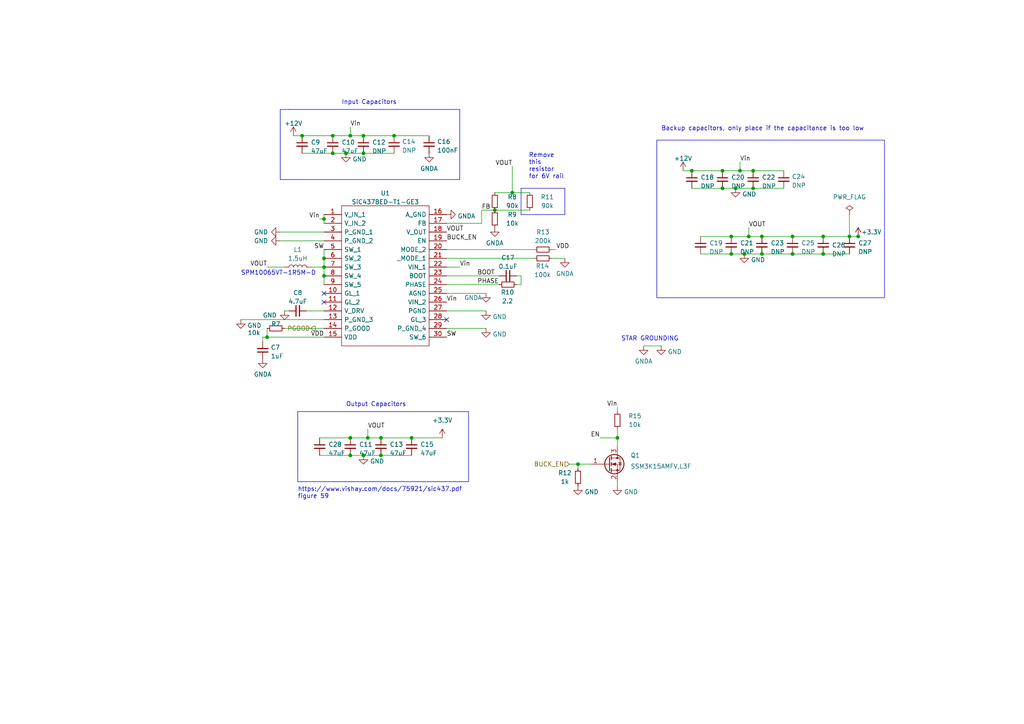
<source format=kicad_sch>
(kicad_sch (version 20230121) (generator eeschema)
  (paper "A4")
  (lib_symbols
    (symbol "Device:C_Small" (pin_numbers hide) (pin_names (offset 0.254) hide)
      (property "Reference" "C" (at 0.254 1.778 0))
      (property "Value" "C_Small" (at 0.254 -2.032 0))
      (symbol "C_Small_0_1"
        (polyline (pts (xy -1.524 -0.508) (xy 1.524 -0.508)) (stroke (width 0.3302)))
        (polyline (pts (xy -1.524 0.508) (xy 1.524 0.508)) (stroke (width 0.3048)))
      )
      (symbol "C_Small_1_1"
        (pin passive line (at 0 2.54 270) (length 2.032) (name "~") (number "1"))
        (pin passive line (at 0 -2.54 90) (length 2.032) (name "~") (number "2"))
      )
    )
    (symbol "Device:L" (pin_numbers hide) (pin_names (offset 1.016) hide)
      (property "Reference" "L" (at -1.27 0 90))
      (property "Value" "L" (at 1.905 0 90))
      (symbol "L_0_1"
        (arc (start 0 -2.54) (mid 0.6323 -1.905) (end 0 -1.27))
        (arc (start 0 -1.27) (mid 0.6323 -0.635) (end 0 0))
        (arc (start 0 0) (mid 0.6323 0.635) (end 0 1.27))
        (arc (start 0 1.27) (mid 0.6323 1.905) (end 0 2.54))
      )
      (symbol "L_1_1"
        (pin passive line (at 0 3.81 270) (length 1.27) (name "1") (number "1"))
        (pin passive line (at 0 -3.81 90) (length 1.27) (name "2") (number "2"))
      )
    )
    (symbol "Device:Q_NMOS_GSD" (pin_names (offset 0) hide)
      (property "Reference" "Q" (at 5.08 1.27 0))
      (property "Value" "Q_NMOS_GSD" (at 5.08 -1.27 0))
      (symbol "Q_NMOS_GSD_0_1"
        (polyline (pts (xy 0.254 0) (xy -2.54 0)))
        (polyline (pts (xy 0.254 1.905) (xy 0.254 -1.905)) (stroke (width 0.254)))
        (polyline (pts (xy 0.762 -1.27) (xy 0.762 -2.286)) (stroke (width 0.254)))
        (polyline (pts (xy 0.762 0.508) (xy 0.762 -0.508)) (stroke (width 0.254)))
        (polyline (pts (xy 0.762 2.286) (xy 0.762 1.27)) (stroke (width 0.254)))
        (polyline (pts (xy 2.54 2.54) (xy 2.54 1.778)))
        (polyline (pts (xy 2.54 -2.54) (xy 2.54 0) (xy 0.762 0)))
        (polyline (pts (xy 0.762 -1.778) (xy 3.302 -1.778) (xy 3.302 1.778) (xy 0.762 1.778)))
        (polyline (pts (xy 1.016 0) (xy 2.032 0.381) (xy 2.032 -0.381) (xy 1.016 0)) (fill (type outline)))
        (polyline (pts (xy 2.794 0.508) (xy 2.921 0.381) (xy 3.683 0.381) (xy 3.81 0.254)))
        (polyline (pts (xy 3.302 0.381) (xy 2.921 -0.254) (xy 3.683 -0.254) (xy 3.302 0.381)))
        (circle (center 1.651 0) (radius 2.794) (stroke (width 0.254)))
        (circle (center 2.54 -1.778) (radius 0.254) (fill (type outline)))
        (circle (center 2.54 1.778) (radius 0.254) (fill (type outline)))
      )
      (symbol "Q_NMOS_GSD_1_1"
        (pin input line (at -5.08 0 0) (length 2.54) (name "G") (number "1"))
        (pin passive line (at 2.54 -5.08 90) (length 2.54) (name "S") (number "2"))
        (pin passive line (at 2.54 5.08 270) (length 2.54) (name "D") (number "3"))
      )
    )
    (symbol "Device:R_Small" (pin_numbers hide) (pin_names (offset 0.254) hide)
      (property "Reference" "R" (at 0.762 0.508 0))
      (property "Value" "R_Small" (at 0.762 -1.016 0))
      (symbol "R_Small_0_1"
        (rectangle (start -0.762 1.778) (end 0.762 -1.778) (stroke (width 0.2032)))
      )
      (symbol "R_Small_1_1"
        (pin passive line (at 0 2.54 270) (length 0.762) (name "~") (number "1"))
        (pin passive line (at 0 -2.54 90) (length 0.762) (name "~") (number "2"))
      )
    )
    (symbol "iclr:SiC437BED-T1-GE3" (pin_names (offset 0.762))
      (property "Reference" "IC" (at 31.75 7.62 0))
      (property "Value" "SiC437BED-T1-GE3" (at 31.75 5.08 0))
      (symbol "SiC437BED-T1-GE3_0_0"
        (pin passive line (at 0 0 0) (length 5.08) (name "V_IN_1") (number "1"))
        (pin passive line (at 0 -22.86 0) (length 5.08) (name "GL_1") (number "10"))
        (pin passive line (at 0 -25.4 0) (length 5.08) (name "GL_2") (number "11"))
        (pin passive line (at 0 -27.94 0) (length 5.08) (name "V_DRV") (number "12"))
        (pin passive line (at 0 -30.48 0) (length 5.08) (name "P_GND_3") (number "13"))
        (pin passive line (at 0 -33.02 0) (length 5.08) (name "P_GOOD") (number "14"))
        (pin passive line (at 0 -35.56 0) (length 5.08) (name "VDD") (number "15"))
        (pin passive line (at 35.56 0 180) (length 5.08) (name "A_GND") (number "16"))
        (pin passive line (at 35.56 -2.54 180) (length 5.08) (name "FB") (number "17"))
        (pin passive line (at 35.56 -5.08 180) (length 5.08) (name "V_OUT") (number "18"))
        (pin passive line (at 35.56 -7.62 180) (length 5.08) (name "EN") (number "19"))
        (pin passive line (at 0 -2.54 0) (length 5.08) (name "V_IN_2") (number "2"))
        (pin passive line (at 35.56 -10.16 180) (length 5.08) (name "MODE_2") (number "20"))
        (pin passive line (at 35.56 -12.7 180) (length 5.08) (name "_MODE_1") (number "21"))
        (pin passive line (at 35.56 -15.24 180) (length 5.08) (name "VIN_1") (number "22"))
        (pin passive line (at 35.56 -17.78 180) (length 5.08) (name "BOOT") (number "23"))
        (pin passive line (at 35.56 -20.32 180) (length 5.08) (name "PHASE") (number "24"))
        (pin passive line (at 35.56 -22.86 180) (length 5.08) (name "AGND") (number "25"))
        (pin passive line (at 35.56 -25.4 180) (length 5.08) (name "VIN_2") (number "26"))
        (pin passive line (at 35.56 -27.94 180) (length 5.08) (name "PGND") (number "27"))
        (pin passive line (at 35.56 -30.48 180) (length 5.08) (name "GL_3") (number "28"))
        (pin passive line (at 35.56 -33.02 180) (length 5.08) (name "P_GND_4") (number "29"))
        (pin passive line (at 0 -5.08 0) (length 5.08) (name "P_GND_1") (number "3"))
        (pin passive line (at 35.56 -35.56 180) (length 5.08) (name "SW_6") (number "30"))
        (pin passive line (at 0 -7.62 0) (length 5.08) (name "P_GND_2") (number "4"))
        (pin passive line (at 0 -10.16 0) (length 5.08) (name "SW_1") (number "5"))
        (pin passive line (at 0 -12.7 0) (length 5.08) (name "SW_2") (number "6"))
        (pin passive line (at 0 -15.24 0) (length 5.08) (name "SW_3") (number "7"))
        (pin passive line (at 0 -17.78 0) (length 5.08) (name "SW_4") (number "8"))
        (pin passive line (at 0 -20.32 0) (length 5.08) (name "SW_5") (number "9"))
      )
      (symbol "SiC437BED-T1-GE3_0_1"
        (polyline (pts (xy 5.08 2.54) (xy 30.48 2.54) (xy 30.48 -38.1) (xy 5.08 -38.1) (xy 5.08 2.54)) (stroke (width 0.1524)))
      )
    )
    (symbol "power:+12V" (power) (pin_names (offset 0))
      (property "Value" "+12V" (at 0 3.556 0))
      (symbol "+12V_0_1"
        (polyline (pts (xy -0.762 1.27) (xy 0 2.54)))
        (polyline (pts (xy 0 0) (xy 0 2.54)))
        (polyline (pts (xy 0 2.54) (xy 0.762 1.27)))
      )
      (symbol "+12V_1_1"
        (pin power_in line (at 0 0 90) (length 0) hide (name "+12V") (number "1"))
      )
    )
    (symbol "power:+3.3V" (power) (pin_names (offset 0))
      (property "Value" "+3.3V" (at 0 3.556 0))
      (symbol "+3.3V_0_1"
        (polyline (pts (xy -0.762 1.27) (xy 0 2.54)))
        (polyline (pts (xy 0 0) (xy 0 2.54)))
        (polyline (pts (xy 0 2.54) (xy 0.762 1.27)))
      )
      (symbol "+3.3V_1_1"
        (pin power_in line (at 0 0 90) (length 0) hide (name "+3.3V") (number "1"))
      )
    )
    (symbol "power:+6V" (power) (pin_names (offset 0))
      (property "Value" "+6V" (at 0 3.556 0))
      (symbol "+6V_0_1"
        (polyline (pts (xy -0.762 1.27) (xy 0 2.54)))
        (polyline (pts (xy 0 0) (xy 0 2.54)))
        (polyline (pts (xy 0 2.54) (xy 0.762 1.27)))
      )
      (symbol "+6V_1_1"
        (pin power_in line (at 0 0 90) (length 0) hide (name "+6V") (number "1"))
      )
    )
    (symbol "power:GND" (power) (pin_names (offset 0))
      (property "Value" "GND" (at 0 -3.81 0))
      (symbol "GND_0_1"
        (polyline (pts (xy 0 0) (xy 0 -1.27) (xy 1.27 -1.27) (xy 0 -2.54) (xy -1.27 -1.27) (xy 0 -1.27)))
      )
      (symbol "GND_1_1"
        (pin power_in line (at 0 0 270) (length 0) hide (name "GND") (number "1"))
      )
    )
    (symbol "power:GNDA" (power) (pin_names (offset 0))
      (property "Value" "GNDA" (at 0 -3.81 0))
      (symbol "GNDA_0_1"
        (polyline (pts (xy 0 0) (xy 0 -1.27) (xy 1.27 -1.27) (xy 0 -2.54) (xy -1.27 -1.27) (xy 0 -1.27)))
      )
      (symbol "GNDA_1_1"
        (pin power_in line (at 0 0 270) (length 0) hide (name "GNDA") (number "1"))
      )
    )
    (symbol "power:PWR_FLAG" (power) (pin_numbers hide) (pin_names (offset 0) hide)
      (property "Value" "PWR_FLAG" (at 0 3.81 0))
      (symbol "PWR_FLAG_0_0"
        (pin power_out line (at 0 0 90) (length 0) (name "pwr") (number "1"))
      )
      (symbol "PWR_FLAG_0_1"
        (polyline (pts (xy 0 0) (xy 0 1.27) (xy -1.016 1.905) (xy 0 2.54) (xy 1.016 1.905) (xy 0 1.27)))
      )
    )
  )
  (junction (at 200.66 49.53))
  (junction (at 100.33 44.45))
  (junction (at 246.38 68.58))
  (junction (at 148.59 55.88))
  (junction (at 238.76 73.66))
  (junction (at 167.64 134.62))
  (junction (at 77.47 97.79))
  (junction (at 93.98 80.01))
  (junction (at 93.98 63.5))
  (junction (at 96.52 44.45))
  (junction (at 110.49 132.08))
  (junction (at 218.44 49.53))
  (junction (at 143.51 60.96))
  (junction (at 105.41 39.37))
  (junction (at 101.6 127))
  (junction (at 105.41 132.08))
  (junction (at 209.55 49.53))
  (junction (at 110.49 127))
  (junction (at 114.3 39.37))
  (junction (at 217.17 68.58))
  (junction (at 209.55 54.61))
  (junction (at 215.9 73.66))
  (junction (at 214.63 49.53))
  (junction (at 101.6 39.37))
  (junction (at 238.76 68.58))
  (junction (at 213.36 54.61))
  (junction (at 101.6 132.08))
  (junction (at 229.87 73.66))
  (junction (at 220.98 68.58))
  (junction (at 212.09 68.58))
  (junction (at 96.52 39.37))
  (junction (at 119.38 127))
  (junction (at 220.98 73.66))
  (junction (at 248.92 68.58))
  (junction (at 229.87 68.58))
  (junction (at 218.44 54.61))
  (junction (at 106.68 127))
  (junction (at 212.09 73.66))
  (junction (at 93.98 77.47))
  (junction (at 93.98 74.93))
  (junction (at 179.07 127))
  (junction (at 87.63 39.37))
  (junction (at 105.41 44.45))
  (no_connect (at 93.98 85.09))
  (no_connect (at 129.54 92.71))
  (no_connect (at 93.98 87.63))
  (wire (pts (xy 77.47 95.25) (xy 77.47 97.79)))
  (wire (pts (xy 173.99 127) (xy 179.07 127)))
  (wire (pts (xy 200.66 49.53) (xy 209.55 49.53)))
  (wire (pts (xy 140.97 85.09) (xy 129.54 85.09)))
  (polyline (pts (xy 151.13 54.61) (xy 151.13 62.23)))
  (wire (pts (xy 151.13 82.55) (xy 149.86 82.55)))
  (wire (pts (xy 100.33 44.45) (xy 105.41 44.45)))
  (wire (pts (xy 76.2 97.79) (xy 76.2 99.06)))
  (wire (pts (xy 167.64 135.89) (xy 167.64 134.62)))
  (wire (pts (xy 92.71 127) (xy 101.6 127)))
  (wire (pts (xy 101.6 36.83) (xy 101.6 39.37)))
  (wire (pts (xy 139.7 60.96) (xy 143.51 60.96)))
  (wire (pts (xy 140.97 95.25) (xy 129.54 95.25)))
  (wire (pts (xy 77.47 77.47) (xy 82.55 77.47)))
  (wire (pts (xy 105.41 44.45) (xy 114.3 44.45)))
  (wire (pts (xy 218.44 49.53) (xy 227.33 49.53)))
  (polyline (pts (xy 133.35 52.07) (xy 81.28 52.07)))
  (wire (pts (xy 217.17 66.04) (xy 217.17 68.58)))
  (polyline (pts (xy 86.36 139.7) (xy 86.36 119.38)))
  (polyline (pts (xy 135.89 119.38) (xy 135.89 139.7)))
  (wire (pts (xy 246.38 68.58) (xy 238.76 68.58)))
  (wire (pts (xy 154.94 72.39) (xy 129.54 72.39)))
  (polyline (pts (xy 151.13 54.61) (xy 163.83 54.61)))
  (wire (pts (xy 88.9 90.17) (xy 93.98 90.17)))
  (polyline (pts (xy 133.35 31.75) (xy 133.35 52.07)))
  (wire (pts (xy 81.28 69.85) (xy 93.98 69.85)))
  (wire (pts (xy 129.54 82.55) (xy 144.78 82.55)))
  (wire (pts (xy 167.64 134.62) (xy 171.45 134.62)))
  (wire (pts (xy 92.71 132.08) (xy 101.6 132.08)))
  (wire (pts (xy 87.63 44.45) (xy 96.52 44.45)))
  (wire (pts (xy 229.87 68.58) (xy 238.76 68.58)))
  (wire (pts (xy 90.17 77.47) (xy 93.98 77.47)))
  (wire (pts (xy 148.59 55.88) (xy 143.51 55.88)))
  (wire (pts (xy 93.98 72.39) (xy 93.98 74.93)))
  (wire (pts (xy 69.85 92.71) (xy 93.98 92.71)))
  (wire (pts (xy 151.13 80.01) (xy 149.86 80.01)))
  (wire (pts (xy 212.09 73.66) (xy 215.9 73.66)))
  (polyline (pts (xy 135.89 139.7) (xy 86.36 139.7)))
  (wire (pts (xy 92.71 63.5) (xy 93.98 63.5)))
  (wire (pts (xy 151.13 80.01) (xy 151.13 82.55)))
  (wire (pts (xy 238.76 73.66) (xy 246.38 73.66)))
  (wire (pts (xy 106.68 127) (xy 110.49 127)))
  (wire (pts (xy 93.98 80.01) (xy 93.98 82.55)))
  (wire (pts (xy 212.09 68.58) (xy 217.17 68.58)))
  (wire (pts (xy 179.07 119.38) (xy 179.07 118.11)))
  (polyline (pts (xy 83.82 31.75) (xy 133.35 31.75)))
  (wire (pts (xy 96.52 39.37) (xy 101.6 39.37)))
  (wire (pts (xy 129.54 80.01) (xy 144.78 80.01)))
  (wire (pts (xy 77.47 97.79) (xy 93.98 97.79)))
  (wire (pts (xy 110.49 132.08) (xy 119.38 132.08)))
  (wire (pts (xy 215.9 73.66) (xy 220.98 73.66)))
  (wire (pts (xy 105.41 132.08) (xy 110.49 132.08)))
  (wire (pts (xy 81.28 67.31) (xy 93.98 67.31)))
  (wire (pts (xy 110.49 127) (xy 119.38 127)))
  (polyline (pts (xy 86.36 119.38) (xy 88.9 119.38)))
  (polyline (pts (xy 81.28 31.75) (xy 83.82 31.75)))
  (wire (pts (xy 85.09 39.37) (xy 87.63 39.37)))
  (wire (pts (xy 209.55 49.53) (xy 214.63 49.53)))
  (wire (pts (xy 139.7 60.96) (xy 139.7 64.77)))
  (wire (pts (xy 101.6 127) (xy 106.68 127)))
  (wire (pts (xy 160.02 74.93) (xy 163.83 74.93)))
  (wire (pts (xy 93.98 62.23) (xy 93.98 63.5)))
  (wire (pts (xy 105.41 39.37) (xy 114.3 39.37)))
  (wire (pts (xy 93.98 63.5) (xy 93.98 64.77)))
  (wire (pts (xy 165.1 134.62) (xy 167.64 134.62)))
  (wire (pts (xy 129.54 64.77) (xy 139.7 64.77)))
  (wire (pts (xy 93.98 74.93) (xy 93.98 77.47)))
  (wire (pts (xy 186.69 100.33) (xy 191.77 100.33)))
  (wire (pts (xy 82.55 95.25) (xy 93.98 95.25)))
  (wire (pts (xy 246.38 68.58) (xy 248.92 68.58)))
  (wire (pts (xy 218.44 54.61) (xy 227.33 54.61)))
  (wire (pts (xy 96.52 44.45) (xy 100.33 44.45)))
  (wire (pts (xy 179.07 140.97) (xy 179.07 139.7)))
  (wire (pts (xy 203.2 68.58) (xy 212.09 68.58)))
  (wire (pts (xy 119.38 127) (xy 128.27 127)))
  (wire (pts (xy 179.07 124.46) (xy 179.07 127)))
  (wire (pts (xy 214.63 49.53) (xy 218.44 49.53)))
  (wire (pts (xy 148.59 48.26) (xy 148.59 55.88)))
  (polyline (pts (xy 163.83 54.61) (xy 163.83 62.23)))
  (wire (pts (xy 213.36 54.61) (xy 218.44 54.61)))
  (wire (pts (xy 229.87 73.66) (xy 238.76 73.66)))
  (wire (pts (xy 101.6 132.08) (xy 105.41 132.08)))
  (wire (pts (xy 179.07 129.54) (xy 179.07 127)))
  (polyline (pts (xy 81.28 52.07) (xy 81.28 31.75)))
  (polyline (pts (xy 163.83 62.23) (xy 151.13 62.23)))
  (wire (pts (xy 209.55 54.61) (xy 213.36 54.61)))
  (wire (pts (xy 200.66 54.61) (xy 209.55 54.61)))
  (wire (pts (xy 220.98 68.58) (xy 229.87 68.58)))
  (wire (pts (xy 143.51 60.96) (xy 153.67 60.96)))
  (wire (pts (xy 82.55 90.17) (xy 83.82 90.17)))
  (wire (pts (xy 160.02 72.39) (xy 161.29 72.39)))
  (wire (pts (xy 198.12 49.53) (xy 200.66 49.53)))
  (wire (pts (xy 101.6 39.37) (xy 105.41 39.37)))
  (wire (pts (xy 246.38 62.23) (xy 246.38 68.58)))
  (wire (pts (xy 203.2 73.66) (xy 212.09 73.66)))
  (wire (pts (xy 106.68 124.46) (xy 106.68 127)))
  (wire (pts (xy 129.54 74.93) (xy 154.94 74.93)))
  (wire (pts (xy 87.63 39.37) (xy 96.52 39.37)))
  (polyline (pts (xy 88.9 119.38) (xy 135.89 119.38)))
  (wire (pts (xy 93.98 77.47) (xy 93.98 80.01)))
  (wire (pts (xy 220.98 73.66) (xy 229.87 73.66)))
  (wire (pts (xy 217.17 68.58) (xy 220.98 68.58)))
  (wire (pts (xy 140.97 90.17) (xy 129.54 90.17)))
  (wire (pts (xy 114.3 39.37) (xy 124.46 39.37)))
  (wire (pts (xy 133.35 77.47) (xy 129.54 77.47)))
  (wire (pts (xy 148.59 55.88) (xy 153.67 55.88)))
  (wire (pts (xy 77.47 97.79) (xy 76.2 97.79)))
  (wire (pts (xy 214.63 46.99) (xy 214.63 49.53)))
  (rectangle (start 190.5 40.64) (end 256.54 86.36))
  (text_box "Remove this resistor for 6V rail\n" (at 152.4 43.18 0) (size 12.7 7.62) (stroke (width -0.0001)) (effects (font (size 1.27 1.27)) (justify left top)))
  (text "Output Capacitors\n" (at 100.33 118.11 0) (effects (font (size 1.27 1.27)) (justify left bottom)))
  (text "SPM10065VT-1R5M-D" (at 69.85 80.01 0) (effects (font (size 1.27 1.27)) (justify left bottom)))
  (text "Input Capacitors\n" (at 99.06 30.48 0) (effects (font (size 1.27 1.27)) (justify left bottom)))
  (text "https://www.vishay.com/docs/75921/sic437.pdf\nfigure 59\n" (at 86.36 144.78 0) (effects (font (size 1.27 1.27)) (justify left bottom)))
  (text "STAR GROUNDING\n" (at 196.85 99.06 0) (effects (font (size 1.27 1.27)) (justify right bottom)))
  (text "Backup capacitors, only place if the capacitance is too low\n" (at 191.77 38.1 0) (effects (font (size 1.27 1.27)) (justify left bottom)))
  (label "Vin" (at 179.07 118.11 180))
  (label "EN" (at 173.99 127 180))
  (label "Vin" (at 133.35 77.47 0))
  (label "BUCK_EN" (at 129.54 69.85 0))
  (label "VDD" (at 161.29 72.39 0))
  (label "Vin" (at 92.71 63.5 180))
  (label "SW" (at 93.98 72.39 180))
  (label "VOUT" (at 217.17 66.04 0))
  (label "Vin" (at 101.6 36.83 0))
  (label "PHASE" (at 138.43 82.55 0))
  (label "VOUT" (at 129.54 67.31 0))
  (label "FB" (at 139.7 60.96 0))
  (label "Vin" (at 129.54 87.63 0))
  (label "VDD" (at 93.98 97.79 180))
  (label "SW" (at 129.54 97.79 0))
  (label "VOUT" (at 77.47 77.47 180))
  (label "VOUT" (at 148.59 48.26 180))
  (label "Vin" (at 214.63 46.99 0))
  (label "VOUT" (at 106.68 124.46 0))
  (label "BOOT" (at 143.51 80.01 180))
  (hierarchical_label "PGOOD" (shape output) (at 91.44 95.25 180))
  (hierarchical_label "BUCK_EN" (shape input) (at 165.1 134.62 180))
  (symbol (lib_id "Device:C_Small") (at 114.3 41.91 0) (unit 1)
    (property "Reference" "C14" (at 116.6241 41.0816 0) (effects (justify left)))
    (property "Value" "DNP" (at 116.6241 43.6185 0) (effects (justify left)))
    (property "Footprint" "Capacitor_SMD:C_1206_3216Metric" (effects hide))
    (instances (project "backplane" (path "" (reference "C14") (unit 1))) (project "Chad" (path "" (reference "C36") (unit 1))))
  )
  (symbol (lib_id "Device:R_Small") (at 80.01 95.25 90) (unit 1)
    (property "Reference" "R7" (at 80.01 93.98 90))
    (property "Value" "10k" (at 73.66 96.5169 90))
    (property "Footprint" "Resistor_SMD:R_0402_1005Metric" (effects hide))
    (instances (project "backplane" (path "" (reference "R7") (unit 1))) (project "Chad" (path "" (reference "R18") (unit 1))))
  )
  (symbol (lib_id "Device:C_Small") (at 246.38 71.12 0) (unit 1)
    (property "Reference" "C27" (at 248.92 70.4913 0) (effects (justify left)))
    (property "Value" "DNP" (at 248.92 73.0313 0) (effects (justify left)))
    (property "Footprint" "Capacitor_SMD:C_1206_3216Metric" (effects hide))
    (instances (project "backplane" (path "" (reference "C27") (unit 1))) (project "Chad" (path "" (reference "C40") (unit 1))))
  )
  (symbol (lib_id "Device:C_Small") (at 76.2 101.6 180) (unit 1)
    (property "Reference" "C7" (at 78.5241 100.7589 0) (effects (justify right)))
    (property "Value" "1uF" (at 78.5241 103.2958 0) (effects (justify right)))
    (property "Footprint" "Capacitor_SMD:C_0402_1005Metric" (effects hide))
    (instances (project "backplane" (path "" (reference "C7") (unit 1))) (project "Chad" (path "" (reference "C28") (unit 1))))
  )
  (symbol (lib_id "power:+12V") (at 85.09 39.37 0) (unit 1)
    (property "Reference" "#PWR010" (effects hide))
    (property "Value" "+12V" (at 85.09 35.7942 0))
    (instances (project "backplane" (path "" (reference "#PWR010") (unit 1))) (project "Chad" (path "" (reference "#PWR062") (unit 1))))
  )
  (symbol (lib_id "power:GND") (at 140.97 90.17 0) (unit 1)
    (property "Reference" "#PWR017" (effects hide))
    (property "Value" "GND" (at 142.875 91.8738 0) (effects (justify left)))
    (instances (project "backplane" (path "" (reference "#PWR017") (unit 1))) (project "Chad" (path "" (reference "#PWR069") (unit 1))))
  )
  (symbol (lib_id "power:GND") (at 100.33 44.45 0) (unit 1)
    (property "Reference" "#PWR011" (effects hide))
    (property "Value" "GND" (at 102.235 46.1538 0) (effects (justify left)))
    (instances (project "backplane" (path "" (reference "#PWR011") (unit 1))) (project "Chad" (path "" (reference "#PWR063") (unit 1))))
  )
  (symbol (lib_id "Device:C_Small") (at 119.38 129.54 0) (unit 1)
    (property "Reference" "C15" (at 121.92 128.9113 0) (effects (justify left)))
    (property "Value" "47uF" (at 121.92 131.4513 0) (effects (justify left)))
    (property "Footprint" "Capacitor_SMD:C_1206_3216Metric" (effects hide))
    (instances (project "backplane" (path "" (reference "C15") (unit 1))) (project "Chad" (path "" (reference "C37") (unit 1))))
  )
  (symbol (lib_id "Device:C_Small") (at 101.6 129.54 0) (unit 1)
    (property "Reference" "C11" (at 104.14 128.9113 0) (effects (justify left)))
    (property "Value" "47uF" (at 104.14 131.4513 0) (effects (justify left)))
    (property "Footprint" "Capacitor_SMD:C_1206_3216Metric" (effects hide))
    (instances (project "backplane" (path "" (reference "C11") (unit 1))) (project "Chad" (path "" (reference "C33") (unit 1))))
  )
  (symbol (lib_id "power:GND") (at 191.77 100.33 0) (unit 1)
    (property "Reference" "#PWR024" (effects hide))
    (property "Value" "GND" (at 193.675 102.0338 0) (effects (justify left)))
    (instances (project "backplane" (path "" (reference "#PWR024") (unit 1))) (project "Chad" (path "" (reference "#PWR073") (unit 1))))
  )
  (symbol (lib_id "power:GND") (at 69.85 92.71 0) (unit 1)
    (property "Reference" "#PWR05" (effects hide))
    (property "Value" "GND" (at 71.755 94.4138 0) (effects (justify left)))
    (instances (project "backplane" (path "" (reference "#PWR05") (unit 1))) (project "Chad" (path "" (reference "#PWR057") (unit 1))))
  )
  (symbol (lib_id "power:GND") (at 179.07 140.97 0) (unit 1)
    (property "Reference" "#PWR022" (effects hide))
    (property "Value" "GND" (at 180.975 142.6738 0) (effects (justify left)))
    (instances (project "backplane" (path "" (reference "#PWR022") (unit 1))) (project "Chad" (path "" (reference "#PWR084") (unit 1))))
  )
  (symbol (lib_id "power:PWR_FLAG") (at 246.38 62.23 0) (unit 1)
    (property "Reference" "#FLG03" (effects hide))
    (property "Value" "PWR_FLAG" (at 246.38 57.15 0))
  )
  (symbol (lib_id "power:GNDA") (at 186.69 100.33 0) (mirror y) (unit 1)
    (property "Reference" "#PWR023" (effects hide))
    (property "Value" "GNDA" (at 186.69 104.7734 0))
    (instances (project "backplane" (path "" (reference "#PWR023") (unit 1))) (project "Chad" (path "" (reference "#PWR072") (unit 1))))
  )
  (symbol (lib_id "power:+3.3V") (at 248.92 68.58 0) (unit 1)
    (property "Reference" "#PWR029" (effects hide))
    (property "Value" "+3.3V" (at 252.73 67.31 0))
  )
  (symbol (lib_id "Device:R_Small") (at 179.07 121.92 180) (unit 1)
    (property "Reference" "R15" (at 184.15 120.6531 0))
    (property "Value" "10k" (at 184.15 123.19 0))
    (property "Footprint" "Resistor_SMD:R_0402_1005Metric" (effects hide))
    (instances (project "backplane" (path "" (reference "R15") (unit 1))) (project "Chad" (path "" (reference "R38") (unit 1))))
  )
  (symbol (lib_id "Device:R_Small") (at 143.51 58.42 180) (unit 1)
    (property "Reference" "R8" (at 148.59 57.15 0))
    (property "Value" "90k" (at 148.59 59.6869 0))
    (property "Footprint" "Resistor_SMD:R_0402_1005Metric" (effects hide))
    (instances (project "backplane" (path "" (reference "R8") (unit 1))) (project "Chad" (path "" (reference "R19") (unit 1))))
  )
  (symbol (lib_id "power:+3.3V") (at 128.27 127 0) (unit 1)
    (property "Reference" "#PWR014" (effects hide))
    (property "Value" "+3.3V" (at 128.27 121.92 0))
  )
  (symbol (lib_id "power:GND") (at 105.41 132.08 0) (unit 1)
    (property "Reference" "#PWR012" (effects hide))
    (property "Value" "GND" (at 107.315 133.7838 0) (effects (justify left)))
    (instances (project "backplane" (path "" (reference "#PWR012") (unit 1))) (project "Chad" (path "" (reference "#PWR064") (unit 1))))
  )
  (symbol (lib_id "power:GNDA") (at 129.54 62.23 90) (unit 1)
    (property "Reference" "#PWR015" (effects hide))
    (property "Value" "GNDA" (at 132.715 62.6638 90) (effects (justify right)))
    (instances (project "backplane" (path "" (reference "#PWR015") (unit 1))) (project "Chad" (path "" (reference "#PWR067") (unit 1))))
  )
  (symbol (lib_id "power:+6V") (at 248.92 68.58 0) (unit 1)
    (property "Reference" "#PWR028" (effects hide))
    (property "Value" "+6V" (effects hide))
    (instances (project "backplane" (path "" (reference "#PWR028") (unit 1))) (project "Chad" (path "" (reference "#PWR078") (unit 1))))
  )
  (symbol (lib_id "Device:C_Small") (at 105.41 41.91 0) (unit 1)
    (property "Reference" "C12" (at 107.95 41.2813 0) (effects (justify left)))
    (property "Value" "DNP" (at 107.95 43.8213 0) (effects (justify left)))
    (property "Footprint" "Capacitor_SMD:C_1206_3216Metric" (effects hide))
    (instances (project "backplane" (path "" (reference "C12") (unit 1))) (project "Chad" (path "" (reference "C34") (unit 1))))
  )
  (symbol (lib_id "power:GNDA") (at 76.2 104.14 0) (unit 1)
    (property "Reference" "#PWR06" (effects hide))
    (property "Value" "GNDA" (at 76.2 108.5834 0))
    (instances (project "backplane" (path "" (reference "#PWR06") (unit 1))) (project "Chad" (path "" (reference "#PWR058") (unit 1))))
  )
  (symbol (lib_id "power:GND") (at 215.9 73.66 0) (unit 1)
    (property "Reference" "#PWR027" (effects hide))
    (property "Value" "GND" (at 217.805 75.3638 0) (effects (justify left)))
    (instances (project "backplane" (path "" (reference "#PWR027") (unit 1))) (project "Chad" (path "" (reference "#PWR077") (unit 1))))
  )
  (symbol (lib_id "Device:Q_NMOS_GSD") (at 176.53 134.62 0) (unit 1)
    (property "Reference" "Q1" (at 182.88 132.08 0) (effects (justify left)))
    (property "Value" "SSM3K15AMFV,L3F" (at 182.88 135.255 0) (effects (justify left)))
    (property "Footprint" "Package_TO_SOT_SMD:SOT-723" (effects hide))
  )
  (symbol (lib_id "power:GND") (at 167.64 140.97 0) (unit 1)
    (property "Reference" "#PWR020" (effects hide))
    (property "Value" "GND" (at 169.545 142.6738 0) (effects (justify left)))
    (instances (project "backplane" (path "" (reference "#PWR020") (unit 1))) (project "Chad" (path "" (reference "#PWR085") (unit 1))))
  )
  (symbol (lib_id "power:GNDA") (at 143.51 66.04 0) (unit 1)
    (property "Reference" "#PWR019" (effects hide))
    (property "Value" "GNDA" (at 143.51 70.4834 0))
    (instances (project "backplane" (path "" (reference "#PWR019") (unit 1))) (project "Chad" (path "" (reference "#PWR071") (unit 1))))
  )
  (symbol (lib_id "power:GND") (at 213.36 54.61 0) (unit 1)
    (property "Reference" "#PWR026" (effects hide))
    (property "Value" "GND" (at 215.265 56.3138 0) (effects (justify left)))
    (instances (project "backplane" (path "" (reference "#PWR026") (unit 1))) (project "Chad" (path "" (reference "#PWR076") (unit 1))))
  )
  (symbol (lib_id "Device:C_Small") (at 124.46 41.91 0) (unit 1)
    (property "Reference" "C16" (at 126.7841 41.0816 0) (effects (justify left)))
    (property "Value" "100nF" (at 126.7841 43.6185 0) (effects (justify left)))
    (property "Footprint" "Capacitor_SMD:C_0402_1005Metric" (effects hide))
    (instances (project "backplane" (path "" (reference "C16") (unit 1))) (project "Chad" (path "" (reference "C38") (unit 1))))
  )
  (symbol (lib_id "Device:R_Small") (at 147.32 82.55 90) (unit 1)
    (property "Reference" "R10" (at 147.1945 84.782 90))
    (property "Value" "2.2" (at 147.1945 87.3189 90))
    (property "Footprint" "Resistor_SMD:R_0402_1005Metric" (effects hide))
    (instances (project "backplane" (path "" (reference "R10") (unit 1))) (project "Chad" (path "" (reference "R21") (unit 1))))
  )
  (symbol (lib_id "power:GND") (at 140.97 95.25 0) (unit 1)
    (property "Reference" "#PWR018" (effects hide))
    (property "Value" "GND" (at 142.875 96.9538 0) (effects (justify left)))
    (instances (project "backplane" (path "" (reference "#PWR018") (unit 1))) (project "Chad" (path "" (reference "#PWR070") (unit 1))))
  )
  (symbol (lib_id "power:+12V") (at 198.12 49.53 0) (unit 1)
    (property "Reference" "#PWR025" (effects hide))
    (property "Value" "+12V" (at 198.12 45.9542 0))
    (instances (project "backplane" (path "" (reference "#PWR025") (unit 1))) (project "Chad" (path "" (reference "#PWR075") (unit 1))))
  )
  (symbol (lib_id "Device:C_Small") (at 227.33 52.07 0) (unit 1)
    (property "Reference" "C24" (at 229.6541 51.2416 0) (effects (justify left)))
    (property "Value" "DNP" (at 229.6541 53.7785 0) (effects (justify left)))
    (property "Footprint" "Capacitor_SMD:C_1206_3216Metric" (effects hide))
    (instances (project "backplane" (path "" (reference "C24") (unit 1))) (project "Chad" (path "" (reference "C44") (unit 1))))
  )
  (symbol (lib_id "Device:C_Small") (at 220.98 71.12 0) (unit 1)
    (property "Reference" "C23" (at 223.52 70.4913 0) (effects (justify left)))
    (property "Value" "DNP" (at 223.52 73.0313 0) (effects (justify left)))
    (property "Footprint" "Capacitor_SMD:C_0805_2012Metric" (effects hide))
    (instances (project "backplane" (path "" (reference "C23") (unit 1))) (project "Chad" (path "" (reference "C48") (unit 1))))
  )
  (symbol (lib_id "iclr:SiC437BED-T1-GE3") (at 93.98 62.23 0) (unit 1)
    (property "Reference" "U1" (at 111.76 56.041 0))
    (property "Value" "SiC437BED-T1-GE3" (at 111.76 58.5779 0))
    (property "Footprint" "iclr:SiC437BEDT1GE3" (effects hide))
    (property "Datasheet" "https://componentsearchengine.com/Datasheets/1/SiC437BED-T1-GE3.pdf" (effects hide))
    (property "Description" "Switching Voltage Regulators 3-28V 12A 50uA microBUCK MLP44-24" (effects hide))
    (property "Height" "0.8" (effects hide))
    (property "Manufacturer_Name" "Vishay" (effects hide))
    (property "Manufacturer_Part_Number" "SiC437BED-T1-GE3" (effects hide))
    (property "Mouser Part Number" "78-SIC437BED-T1-GE3" (effects hide))
    (property "Mouser Price/Stock" "https://www.mouser.co.uk/ProductDetail/Vishay-Siliconix/SiC437BED-T1-GE3?qs=chTDxNqvsyntp1SKlnHzGA%3D%3D" (effects hide))
    (property "Arrow Part Number" "SIC437BED-T1-GE3" (effects hide))
    (property "Arrow Price/Stock" "https://www.arrow.com/en/products/sic437bed-t1-ge3/vishay" (effects hide))
    (instances (project "backplane" (path "" (reference "U1") (unit 1))) (project "Chad" (path "" (reference "U6") (unit 1))))
  )
  (symbol (lib_id "Device:C_Small") (at 203.2 71.12 0) (unit 1)
    (property "Reference" "C19" (at 205.74 70.4913 0) (effects (justify left)))
    (property "Value" "DNP" (at 205.74 73.0313 0) (effects (justify left)))
    (property "Footprint" "Capacitor_SMD:C_0805_2012Metric" (effects hide))
    (instances (project "backplane" (path "" (reference "C19") (unit 1))) (project "Chad" (path "" (reference "C46") (unit 1))))
  )
  (symbol (lib_id "Device:R_Small") (at 143.51 63.5 180) (unit 1)
    (property "Reference" "R9" (at 148.59 62.2331 0))
    (property "Value" "10k" (at 148.59 64.77 0))
    (property "Footprint" "Resistor_SMD:R_0402_1005Metric" (effects hide))
    (instances (project "backplane" (path "" (reference "R9") (unit 1))) (project "Chad" (path "" (reference "R20") (unit 1))))
  )
  (symbol (lib_id "power:GNDA") (at 140.97 85.09 0) (unit 1)
    (property "Reference" "#PWR016" (effects hide))
    (property "Value" "GNDA" (at 134.62 86.36 0) (effects (justify left)))
    (instances (project "backplane" (path "" (reference "#PWR016") (unit 1))) (project "Chad" (path "" (reference "#PWR068") (unit 1))))
  )
  (symbol (lib_id "power:GND") (at 81.28 67.31 270) (unit 1)
    (property "Reference" "#PWR07" (effects hide))
    (property "Value" "GND" (at 73.66 67.31 90) (effects (justify left)))
    (instances (project "backplane" (path "" (reference "#PWR07") (unit 1))) (project "Chad" (path "" (reference "#PWR059") (unit 1))))
  )
  (symbol (lib_id "Device:C_Small") (at 218.44 52.07 0) (unit 1)
    (property "Reference" "C22" (at 220.98 51.4413 0) (effects (justify left)))
    (property "Value" "DNP" (at 220.98 53.9813 0) (effects (justify left)))
    (property "Footprint" "Capacitor_SMD:C_1206_3216Metric" (effects hide))
    (instances (project "backplane" (path "" (reference "C22") (unit 1))) (project "Chad" (path "" (reference "C43") (unit 1))))
  )
  (symbol (lib_id "Device:C_Small") (at 229.87 71.12 0) (unit 1)
    (property "Reference" "C25" (at 232.41 70.4913 0) (effects (justify left)))
    (property "Value" "DNP" (at 232.41 73.0313 0) (effects (justify left)))
    (property "Footprint" "Capacitor_SMD:C_1206_3216Metric" (effects hide))
    (instances (project "backplane" (path "" (reference "C25") (unit 1))) (project "Chad" (path "" (reference "C49") (unit 1))))
  )
  (symbol (lib_id "Device:R_Small") (at 157.48 74.93 90) (unit 1)
    (property "Reference" "R14" (at 157.3545 77.162 90))
    (property "Value" "100k" (at 157.3545 79.6989 90))
    (property "Footprint" "Resistor_SMD:R_0402_1005Metric" (effects hide))
    (instances (project "backplane" (path "" (reference "R14") (unit 1))) (project "Chad" (path "" (reference "R23") (unit 1))))
  )
  (symbol (lib_id "Device:R_Small") (at 153.67 58.42 180) (unit 1)
    (property "Reference" "R11" (at 158.75 57.15 0))
    (property "Value" "90k" (at 158.75 59.6869 0))
    (property "Footprint" "Resistor_SMD:R_0402_1005Metric" (effects hide))
    (instances (project "backplane" (path "" (reference "R11") (unit 1))) (project "Chad" (path "" (reference "R24") (unit 1))))
  )
  (symbol (lib_id "Device:C_Small") (at 200.66 52.07 0) (unit 1)
    (property "Reference" "C18" (at 203.2 51.4413 0) (effects (justify left)))
    (property "Value" "DNP" (at 203.2 53.9813 0) (effects (justify left)))
    (property "Footprint" "Capacitor_SMD:C_1206_3216Metric" (effects hide))
    (instances (project "backplane" (path "" (reference "C18") (unit 1))) (project "Chad" (path "" (reference "C41") (unit 1))))
  )
  (symbol (lib_id "power:GND") (at 81.28 69.85 270) (unit 1)
    (property "Reference" "#PWR08" (effects hide))
    (property "Value" "GND" (at 73.66 69.85 90) (effects (justify left)))
    (instances (project "backplane" (path "" (reference "#PWR08") (unit 1))) (project "Chad" (path "" (reference "#PWR060") (unit 1))))
  )
  (symbol (lib_id "power:GND") (at 82.55 90.17 0) (unit 1)
    (property "Reference" "#PWR09" (effects hide))
    (property "Value" "GND" (at 76.2 91.44 0) (effects (justify left)))
    (instances (project "backplane" (path "" (reference "#PWR09") (unit 1))) (project "Chad" (path "" (reference "#PWR061") (unit 1))))
  )
  (symbol (lib_id "Device:C_Small") (at 87.63 41.91 0) (unit 1)
    (property "Reference" "C9" (at 90.17 41.2813 0) (effects (justify left)))
    (property "Value" "47uF" (at 90.17 43.8213 0) (effects (justify left)))
    (property "Footprint" "Capacitor_SMD:C_1206_3216Metric" (effects hide))
    (instances (project "backplane" (path "" (reference "C9") (unit 1))) (project "Chad" (path "" (reference "C30") (unit 1))))
  )
  (symbol (lib_id "Device:R_Small") (at 167.64 138.43 180) (unit 1)
    (property "Reference" "R12" (at 163.83 137.16 0))
    (property "Value" "1k" (at 163.83 139.7 0))
    (property "Footprint" "Resistor_SMD:R_0402_1005Metric" (effects hide))
    (instances (project "backplane" (path "" (reference "R12") (unit 1))) (project "Chad" (path "" (reference "R39") (unit 1))))
  )
  (symbol (lib_id "Device:C_Small") (at 238.76 71.12 0) (unit 1)
    (property "Reference" "C26" (at 241.3 71.12 0) (effects (justify left)))
    (property "Value" "DNP" (at 241.3 73.66 0) (effects (justify left)))
    (property "Footprint" "Capacitor_SMD:C_1206_3216Metric" (effects hide))
    (instances (project "backplane" (path "" (reference "C26") (unit 1))) (project "Chad" (path "" (reference "C31") (unit 1))))
  )
  (symbol (lib_id "Device:C_Small") (at 96.52 41.91 0) (unit 1)
    (property "Reference" "C10" (at 99.06 41.2813 0) (effects (justify left)))
    (property "Value" "47uF" (at 99.06 43.8213 0) (effects (justify left)))
    (property "Footprint" "Capacitor_SMD:C_1206_3216Metric" (effects hide))
    (instances (project "backplane" (path "" (reference "C10") (unit 1))) (project "Chad" (path "" (reference "C32") (unit 1))))
  )
  (symbol (lib_id "Device:L") (at 86.36 77.47 90) (unit 1)
    (property "Reference" "L1" (at 86.36 72.39 90))
    (property "Value" "1.5uH" (at 86.36 74.93 90))
    (property "Footprint" "SPM10065VT_3R3M_D:IND_SPM10065VT-3R3M-D" (effects hide))
    (instances (project "backplane" (path "" (reference "L1") (unit 1))) (project "Chad" (path "" (reference "L4") (unit 1))))
  )
  (symbol (lib_id "Device:R_Small") (at 157.48 72.39 90) (unit 1)
    (property "Reference" "R13" (at 157.48 67.31 90))
    (property "Value" "200k" (at 157.48 69.8469 90))
    (property "Footprint" "Resistor_SMD:R_0402_1005Metric" (effects hide))
    (instances (project "backplane" (path "" (reference "R13") (unit 1))) (project "Chad" (path "" (reference "R22") (unit 1))))
  )
  (symbol (lib_id "Device:C_Small") (at 209.55 52.07 0) (unit 1)
    (property "Reference" "C20" (at 212.09 51.4413 0) (effects (justify left)))
    (property "Value" "DNP" (at 212.09 53.9813 0) (effects (justify left)))
    (property "Footprint" "Capacitor_SMD:C_1206_3216Metric" (effects hide))
    (instances (project "backplane" (path "" (reference "C20") (unit 1))) (project "Chad" (path "" (reference "C42") (unit 1))))
  )
  (symbol (lib_id "Device:C_Small") (at 86.36 90.17 90) (unit 1)
    (property "Reference" "C8" (at 86.3663 84.9081 90))
    (property "Value" "4.7uF" (at 86.3663 87.445 90))
    (property "Footprint" "Capacitor_SMD:C_0402_1005Metric" (effects hide))
    (instances (project "backplane" (path "" (reference "C8") (unit 1))) (project "Chad" (path "" (reference "C29") (unit 1))))
  )
  (symbol (lib_id "power:GNDA") (at 124.46 44.45 0) (unit 1)
    (property "Reference" "#PWR013" (effects hide))
    (property "Value" "GNDA" (at 124.46 48.8934 0))
    (instances (project "backplane" (path "" (reference "#PWR013") (unit 1))) (project "Chad" (path "" (reference "#PWR065") (unit 1))))
  )
  (symbol (lib_id "Device:C_Small") (at 92.71 129.54 0) (unit 1)
    (property "Reference" "C28" (at 95.25 128.9113 0) (effects (justify left)))
    (property "Value" "47uF" (at 95.25 131.4513 0) (effects (justify left)))
    (property "Footprint" "Capacitor_SMD:C_1206_3216Metric" (effects hide))
    (instances (project "backplane" (path "" (reference "C28") (unit 1))) (project "Chad" (path "" (reference "C33") (unit 1))))
  )
  (symbol (lib_id "Device:C_Small") (at 212.09 71.12 0) (unit 1)
    (property "Reference" "C21" (at 214.63 70.4913 0) (effects (justify left)))
    (property "Value" "DNP" (at 214.63 73.0313 0) (effects (justify left)))
    (property "Footprint" "Capacitor_SMD:C_1206_3216Metric" (effects hide))
    (instances (project "backplane" (path "" (reference "C21") (unit 1))) (project "Chad" (path "" (reference "C47") (unit 1))))
  )
  (symbol (lib_id "power:GNDA") (at 163.83 74.93 0) (unit 1)
    (property "Reference" "#PWR021" (effects hide))
    (property "Value" "GNDA" (at 163.83 79.3734 0))
    (instances (project "backplane" (path "" (reference "#PWR021") (unit 1))) (project "Chad" (path "" (reference "#PWR080") (unit 1))))
  )
  (symbol (lib_id "Device:C_Small") (at 110.49 129.54 0) (unit 1)
    (property "Reference" "C13" (at 113.03 128.9113 0) (effects (justify left)))
    (property "Value" "47uF" (at 113.03 131.4513 0) (effects (justify left)))
    (property "Footprint" "Capacitor_SMD:C_1206_3216Metric" (effects hide))
    (instances (project "backplane" (path "" (reference "C13") (unit 1))) (project "Chad" (path "" (reference "C35") (unit 1))))
  )
  (symbol (lib_id "Device:C_Small") (at 147.32 80.01 90) (unit 1)
    (property "Reference" "C17" (at 147.3263 74.7481 90))
    (property "Value" "0.1uF" (at 147.3263 77.285 90))
    (property "Footprint" "Capacitor_SMD:C_0402_1005Metric" (effects hide))
    (instances (project "backplane" (path "" (reference "C17") (unit 1))) (project "Chad" (path "" (reference "C39") (unit 1))))
  )
)
</source>
